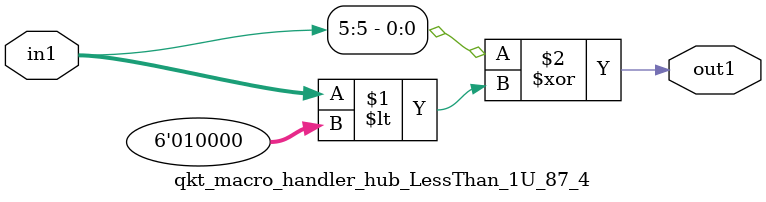
<source format=v>

`timescale 1ps / 1ps


module qkt_macro_handler_hub_LessThan_1U_87_4( in1, out1 );

    input [5:0] in1;
    output out1;

    
    // rtl_process:qkt_macro_handler_hub_LessThan_1U_87_4/qkt_macro_handler_hub_LessThan_1U_87_4_thread_1
    assign out1 = (in1[5] ^ in1 < 6'd16);

endmodule


</source>
